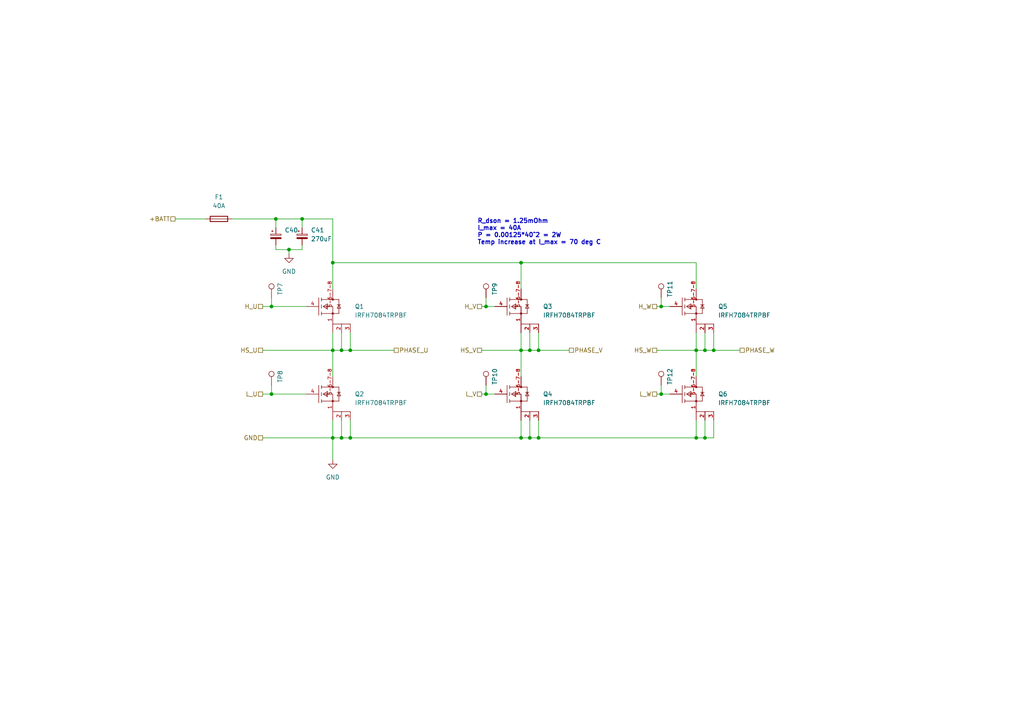
<source format=kicad_sch>
(kicad_sch (version 20211123) (generator eeschema)
  (paper "A4")
  (title_block (date "2022-08-13") (rev "1"))
  (lib_symbols
    (symbol "Connector:TestPoint" (pin_numbers hide) (pin_names (offset 0.762) hide)
      (property "Reference" "TP" (at 0 6.858 0))
      (property "Value" "TestPoint" (at 0 5.08 0))
      (symbol "TestPoint_0_1"
        (circle (center 0 3.302) (radius 0.762))
      )
      (symbol "TestPoint_1_1"
        (pin passive line (at 0 0 90) (length 2.54) (name "1") (number "1"))
      )
    )
    (symbol "Device:C_Polarized_Small" (pin_numbers hide) (pin_names (offset 0.254) hide)
      (property "Reference" "C" (at 0.254 1.778 0))
      (property "Value" "C_Polarized_Small" (at 0.254 -2.032 0))
      (symbol "C_Polarized_Small_0_1"
        (rectangle (start -1.524 -0.3048) (end 1.524 -0.6858) (fill (type outline)))
        (rectangle (start -1.524 0.6858) (end 1.524 0.3048))
        (polyline (pts (xy -1.27 1.524) (xy -0.762 1.524)))
        (polyline (pts (xy -1.016 1.27) (xy -1.016 1.778)))
      )
      (symbol "C_Polarized_Small_1_1"
        (pin passive line (at 0 2.54 270) (length 1.8542) (name "~") (number "1"))
        (pin passive line (at 0 -2.54 90) (length 1.8542) (name "~") (number "2"))
      )
    )
    (symbol "Device:Fuse" (pin_numbers hide) (pin_names (offset 0))
      (property "Reference" "F" (at 2.032 0 90))
      (property "Value" "Fuse" (at -1.905 0 90))
      (symbol "Fuse_0_1"
        (rectangle (start -0.762 -2.54) (end 0.762 2.54) (stroke (width 0.254)))
        (polyline (pts (xy 0 2.54) (xy 0 -2.54)))
      )
      (symbol "Fuse_1_1"
        (pin passive line (at 0 3.81 270) (length 1.27) (name "~") (number "1"))
        (pin passive line (at 0 -3.81 90) (length 1.27) (name "~") (number "2"))
      )
    )
    (symbol "IRFH7084TRPBF:IRFH7084TRPBF" (pin_names (offset 1.016))
      (property "Reference" "Q" (at 0 7.62 0))
      (property "Value" "IRFH7084TRPBF" (at 0 10.16 0))
      (symbol "IRFH7084TRPBF_1_1"
        (polyline (pts (xy 6.096 -2.54) (xy 6.096 2.54)))
        (polyline (pts (xy 6.858 -2.032) (xy 10.16 -2.032)))
        (polyline (pts (xy 6.858 -1.524) (xy 6.858 -2.54)))
        (polyline (pts (xy 6.858 0.508) (xy 6.858 -0.508)))
        (polyline (pts (xy 6.858 1.524) (xy 6.858 2.54)))
        (polyline (pts (xy 6.858 2.032) (xy 10.16 2.032)))
        (polyline (pts (xy 7.366 0) (xy 8.636 -0.762)))
        (polyline (pts (xy 7.366 0) (xy 8.636 0.762)))
        (polyline (pts (xy 7.62 0) (xy 10.16 0)))
        (polyline (pts (xy 8.382 0.254) (xy 8.382 -0.508)))
        (polyline (pts (xy 8.636 0.762) (xy 8.636 -0.762)))
        (polyline (pts (xy 10.16 -5.08) (xy 15.24 -5.08)))
        (polyline (pts (xy 10.16 -2.032) (xy 11.938 -2.032)))
        (polyline (pts (xy 11.43 -0.508) (xy 12.446 -0.508)))
        (polyline (pts (xy 11.938 -2.032) (xy 11.938 2.032)))
        (polyline (pts (xy 11.938 0.508) (xy 11.43 -0.508)))
        (polyline (pts (xy 11.938 0.508) (xy 11.43 0.508)))
        (polyline (pts (xy 11.938 0.508) (xy 12.446 0.508)))
        (polyline (pts (xy 11.938 2.032) (xy 10.16 2.032)))
        (polyline (pts (xy 12.446 -0.508) (xy 11.938 0.508)))
        (circle (center 10.16 -2.032) (radius 0.254))
        (circle (center 10.16 2.032) (radius 0.254))
        (pin passive line (at 10.16 -7.62 90) (length 7.62) (name "S") (number "1"))
        (pin passive line (at 12.7 -7.62 90) (length 2.54) (name "S") (number "2"))
        (pin passive line (at 15.24 -7.62 90) (length 2.54) (name "S") (number "3"))
        (pin passive line (at 2.54 0 0) (length 3.556) (name "G") (number "4"))
        (pin passive line (at 10.16 5.08 270) (length 3.048) (name "D") (number "5-6-7-8"))
      )
    )
    (symbol "power:GND" (power) (pin_names (offset 0))
      (property "Value" "GND" (at 0 -3.81 0))
      (symbol "GND_0_1"
        (polyline (pts (xy 0 0) (xy 0 -1.27) (xy 1.27 -1.27) (xy 0 -2.54) (xy -1.27 -1.27) (xy 0 -1.27)))
      )
      (symbol "GND_1_1"
        (pin power_in line (at 0 0 270) (length 0) hide (name "GND") (number "1"))
      )
    )
  )
  (junction (at 191.77 88.9))
  (junction (at 151.13 127))
  (junction (at 101.6 101.6))
  (junction (at 87.63 63.5))
  (junction (at 83.82 72.39))
  (junction (at 96.52 127))
  (junction (at 153.67 127))
  (junction (at 153.67 101.6))
  (junction (at 99.06 101.6))
  (junction (at 151.13 101.6))
  (junction (at 201.93 127))
  (junction (at 201.93 101.6))
  (junction (at 156.21 101.6))
  (junction (at 99.06 127))
  (junction (at 101.6 127))
  (junction (at 78.74 114.3))
  (junction (at 96.52 101.6))
  (junction (at 191.77 114.3))
  (junction (at 80.01 63.5))
  (junction (at 140.97 114.3))
  (junction (at 207.01 101.6))
  (junction (at 96.52 76.2))
  (junction (at 204.47 101.6))
  (junction (at 151.13 76.2))
  (junction (at 140.97 88.9))
  (junction (at 78.74 88.9))
  (junction (at 156.21 127))
  (junction (at 204.47 127))
  (wire (pts (xy 101.6 96.52) (xy 101.6 101.6)))
  (wire (pts (xy 101.6 121.92) (xy 101.6 127)))
  (wire (pts (xy 140.97 88.9) (xy 143.51 88.9)))
  (wire (pts (xy 191.77 114.3) (xy 194.31 114.3)))
  (wire (pts (xy 139.7 114.3) (xy 140.97 114.3)))
  (wire (pts (xy 204.47 96.52) (xy 204.47 101.6)))
  (wire (pts (xy 96.52 76.2) (xy 151.13 76.2)))
  (wire (pts (xy 87.63 72.39) (xy 83.82 72.39)))
  (wire (pts (xy 96.52 63.5) (xy 87.63 63.5)))
  (wire (pts (xy 204.47 121.92) (xy 204.47 127)))
  (wire (pts (xy 96.52 121.92) (xy 96.52 127)))
  (wire (pts (xy 96.52 127) (xy 96.52 133.35)))
  (wire (pts (xy 151.13 121.92) (xy 151.13 127)))
  (wire (pts (xy 87.63 71.12) (xy 87.63 72.39)))
  (wire (pts (xy 140.97 86.36) (xy 140.97 88.9)))
  (wire (pts (xy 96.52 101.6) (xy 99.06 101.6)))
  (wire (pts (xy 191.77 86.36) (xy 191.77 88.9)))
  (wire (pts (xy 99.06 101.6) (xy 101.6 101.6)))
  (wire (pts (xy 80.01 72.39) (xy 80.01 71.12)))
  (wire (pts (xy 153.67 127) (xy 156.21 127)))
  (wire (pts (xy 87.63 63.5) (xy 87.63 66.04)))
  (wire (pts (xy 78.74 111.76) (xy 78.74 114.3)))
  (wire (pts (xy 201.93 101.6) (xy 201.93 109.22)))
  (wire (pts (xy 151.13 76.2) (xy 151.13 83.82)))
  (wire (pts (xy 78.74 86.36) (xy 78.74 88.9)))
  (wire (pts (xy 151.13 101.6) (xy 151.13 109.22)))
  (wire (pts (xy 153.67 96.52) (xy 153.67 101.6)))
  (wire (pts (xy 190.5 114.3) (xy 191.77 114.3)))
  (wire (pts (xy 191.77 111.76) (xy 191.77 114.3)))
  (wire (pts (xy 101.6 127) (xy 151.13 127)))
  (wire (pts (xy 99.06 96.52) (xy 99.06 101.6)))
  (wire (pts (xy 156.21 121.92) (xy 156.21 127)))
  (wire (pts (xy 87.63 63.5) (xy 80.01 63.5)))
  (wire (pts (xy 80.01 63.5) (xy 80.01 66.04)))
  (wire (pts (xy 151.13 127) (xy 153.67 127)))
  (wire (pts (xy 201.93 76.2) (xy 201.93 83.82)))
  (wire (pts (xy 201.93 96.52) (xy 201.93 101.6)))
  (wire (pts (xy 96.52 96.52) (xy 96.52 101.6)))
  (wire (pts (xy 190.5 88.9) (xy 191.77 88.9)))
  (wire (pts (xy 99.06 127) (xy 101.6 127)))
  (wire (pts (xy 156.21 101.6) (xy 165.1 101.6)))
  (wire (pts (xy 76.2 88.9) (xy 78.74 88.9)))
  (wire (pts (xy 201.93 127) (xy 204.47 127)))
  (wire (pts (xy 96.52 76.2) (xy 96.52 63.5)))
  (wire (pts (xy 204.47 101.6) (xy 207.01 101.6)))
  (wire (pts (xy 78.74 88.9) (xy 88.9 88.9)))
  (wire (pts (xy 207.01 127) (xy 204.47 127)))
  (wire (pts (xy 151.13 76.2) (xy 201.93 76.2)))
  (wire (pts (xy 207.01 121.92) (xy 207.01 127)))
  (wire (pts (xy 99.06 121.92) (xy 99.06 127)))
  (wire (pts (xy 201.93 101.6) (xy 204.47 101.6)))
  (wire (pts (xy 78.74 114.3) (xy 88.9 114.3)))
  (wire (pts (xy 50.8 63.5) (xy 59.69 63.5)))
  (wire (pts (xy 139.7 101.6) (xy 151.13 101.6)))
  (wire (pts (xy 191.77 88.9) (xy 194.31 88.9)))
  (wire (pts (xy 190.5 101.6) (xy 201.93 101.6)))
  (wire (pts (xy 207.01 96.52) (xy 207.01 101.6)))
  (wire (pts (xy 201.93 121.92) (xy 201.93 127)))
  (wire (pts (xy 151.13 96.52) (xy 151.13 101.6)))
  (wire (pts (xy 83.82 72.39) (xy 83.82 73.66)))
  (wire (pts (xy 76.2 127) (xy 96.52 127)))
  (wire (pts (xy 83.82 72.39) (xy 80.01 72.39)))
  (wire (pts (xy 153.67 121.92) (xy 153.67 127)))
  (wire (pts (xy 96.52 101.6) (xy 96.52 109.22)))
  (wire (pts (xy 67.31 63.5) (xy 80.01 63.5)))
  (wire (pts (xy 153.67 101.6) (xy 156.21 101.6)))
  (wire (pts (xy 140.97 114.3) (xy 143.51 114.3)))
  (wire (pts (xy 139.7 88.9) (xy 140.97 88.9)))
  (wire (pts (xy 207.01 101.6) (xy 214.63 101.6)))
  (wire (pts (xy 101.6 101.6) (xy 114.3 101.6)))
  (wire (pts (xy 156.21 127) (xy 201.93 127)))
  (wire (pts (xy 76.2 101.6) (xy 96.52 101.6)))
  (wire (pts (xy 96.52 127) (xy 99.06 127)))
  (wire (pts (xy 151.13 101.6) (xy 153.67 101.6)))
  (wire (pts (xy 156.21 96.52) (xy 156.21 101.6)))
  (wire (pts (xy 140.97 111.76) (xy 140.97 114.3)))
  (wire (pts (xy 96.52 76.2) (xy 96.52 83.82)))
  (wire (pts (xy 76.2 114.3) (xy 78.74 114.3)))
  (text "R_dson = 1.25mOhm\nI_max = 40A\nP = 0.00125*40^2 = 2W\nTemp increase at I_max = 70 deg C" (at 138.43 71.12 0) (effects (font (size 1.27 1.27) bold) (justify left bottom)))
  (hierarchical_label "HS_U" (shape passive) (at 76.2 101.6 180))
  (hierarchical_label "PHASE_W" (shape passive) (at 214.63 101.6 0))
  (hierarchical_label "HS_W" (shape passive) (at 190.5 101.6 180))
  (hierarchical_label "+BATT" (shape passive) (at 50.8 63.5 180))
  (hierarchical_label "H_U" (shape passive) (at 76.2 88.9 180))
  (hierarchical_label "H_W" (shape passive) (at 190.5 88.9 180))
  (hierarchical_label "L_U" (shape passive) (at 76.2 114.3 180))
  (hierarchical_label "H_V" (shape passive) (at 139.7 88.9 180))
  (hierarchical_label "HS_V" (shape passive) (at 139.7 101.6 180))
  (hierarchical_label "L_V" (shape passive) (at 139.7 114.3 180))
  (hierarchical_label "L_W" (shape passive) (at 190.5 114.3 180))
  (hierarchical_label "PHASE_V" (shape passive) (at 165.1 101.6 0))
  (hierarchical_label "GND" (shape passive) (at 76.2 127 180))
  (hierarchical_label "PHASE_U" (shape passive) (at 114.3 101.6 0))
  (symbol (lib_id "IRFH7084TRPBF:IRFH7084TRPBF") (at 191.77 114.3 0) (unit 1)
    (property "Reference" "Q6" (at 208.28 114.2999 0) (effects (justify left)))
    (property "Value" "IRFH7084TRPBF" (at 208.28 116.8399 0) (effects (justify left)))
    (property "Footprint" "IRFH7084PbF:Infineon-PQFN5x6-G-02_2017-22-MFG" (effects hide))
    (property "Datasheet" "https://www.infineon.com/dgdl/Infineon-IRFH7084-DataSheet-v02_01-EN.pdf?fileId=5546d462533600a40153561eac461ed4" (effects hide))
    (property "automotive" "No" (effects hide))
    (property "category" "Trans" (effects hide))
    (property "continuous drain current" "40A" (effects hide))
    (property "depletion mode" "False" (effects hide))
    (property "device class L1" "Discrete Semiconductors" (effects hide))
    (property "device class L2" "Transistors" (effects hide))
    (property "device class L3" "MOSFETs" (effects hide))
    (property "digikey description" "MOSFET N-CH 40V 100A 8QFN" (effects hide))
    (property "digikey part number" "IRFH7084TRPBFCT-ND" (effects hide))
    (property "drain to source breakdown voltage" "40V" (effects hide))
    (property "drain to source resistance" "0.95mΩ" (effects hide))
    (property "footprint url" "https://www.infineon.com/dgdl/an-1136.pdf?fileId=5546d462533600a401535599f0ef10c7" (effects hide))
    (property "gate charge at vgs" "127nC @ 10V" (effects hide))
    (property "gate to source voltage" "20V" (effects hide))
    (property "height" "1.1mm" (effects hide))
    (property "input capacitace at vds" "6560pF @ 25V" (effects hide))
    (property "lead free" "Yes" (effects hide))
    (property "library id" "8f1d5186d1ffa25a" (effects hide))
    (property "manufacturer" "Infineon" (effects hide))
    (property "max forward diode voltage" "1.3V" (effects hide))
    (property "max junction temp" "+150°C" (effects hide))
    (property "mouser part number" "942-IRFH7084TRPBF" (effects hide))
    (property "number of N channels" "1" (effects hide))
    (property "number of channels" "1" (effects hide))
    (property "package" "PQFN8" (effects hide))
    (property "pulse drain current" "1060A" (effects hide))
    (property "reverse recovery charge" "38nC" (effects hide))
    (property "reverse recovery time" "36ns" (effects hide))
    (property "rohs" "Yes" (effects hide))
    (property "rthja max" "35°C/W" (effects hide))
    (property "standoff height" "0mm" (effects hide))
    (property "temperature range high" "+150°C" (effects hide))
    (property "temperature range low" "-55°C" (effects hide))
    (property "threshold vgs max" "3.9V" (effects hide))
    (property "threshold vgs min" "2.2V" (effects hide))
    (property "turn off delay time" "64ns" (effects hide))
    (property "turn on delay time" "16ns" (effects hide))
  )
  (symbol (lib_id "IRFH7084TRPBF:IRFH7084TRPBF") (at 86.36 88.9 0) (unit 1)
    (property "Reference" "Q1" (at 102.87 88.8999 0) (effects (justify left)))
    (property "Value" "IRFH7084TRPBF" (at 102.87 91.4399 0) (effects (justify left)))
    (property "Footprint" "IRFH7084PbF:Infineon-PQFN5x6-G-02_2017-22-MFG" (effects hide))
    (property "Datasheet" "https://www.infineon.com/dgdl/Infineon-IRFH7084-DataSheet-v02_01-EN.pdf?fileId=5546d462533600a40153561eac461ed4" (effects hide))
    (property "automotive" "No" (effects hide))
    (property "category" "Trans" (effects hide))
    (property "continuous drain current" "40A" (effects hide))
    (property "depletion mode" "False" (effects hide))
    (property "device class L1" "Discrete Semiconductors" (effects hide))
    (property "device class L2" "Transistors" (effects hide))
    (property "device class L3" "MOSFETs" (effects hide))
    (property "digikey description" "MOSFET N-CH 40V 100A 8QFN" (effects hide))
    (property "digikey part number" "IRFH7084TRPBFCT-ND" (effects hide))
    (property "drain to source breakdown voltage" "40V" (effects hide))
    (property "drain to source resistance" "0.95mΩ" (effects hide))
    (property "footprint url" "https://www.infineon.com/dgdl/an-1136.pdf?fileId=5546d462533600a401535599f0ef10c7" (effects hide))
    (property "gate charge at vgs" "127nC @ 10V" (effects hide))
    (property "gate to source voltage" "20V" (effects hide))
    (property "height" "1.1mm" (effects hide))
    (property "input capacitace at vds" "6560pF @ 25V" (effects hide))
    (property "lead free" "Yes" (effects hide))
    (property "library id" "8f1d5186d1ffa25a" (effects hide))
    (property "manufacturer" "Infineon" (effects hide))
    (property "max forward diode voltage" "1.3V" (effects hide))
    (property "max junction temp" "+150°C" (effects hide))
    (property "mouser part number" "942-IRFH7084TRPBF" (effects hide))
    (property "number of N channels" "1" (effects hide))
    (property "number of channels" "1" (effects hide))
    (property "package" "PQFN8" (effects hide))
    (property "pulse drain current" "1060A" (effects hide))
    (property "reverse recovery charge" "38nC" (effects hide))
    (property "reverse recovery time" "36ns" (effects hide))
    (property "rohs" "Yes" (effects hide))
    (property "rthja max" "35°C/W" (effects hide))
    (property "standoff height" "0mm" (effects hide))
    (property "temperature range high" "+150°C" (effects hide))
    (property "temperature range low" "-55°C" (effects hide))
    (property "threshold vgs max" "3.9V" (effects hide))
    (property "threshold vgs min" "2.2V" (effects hide))
    (property "turn off delay time" "64ns" (effects hide))
    (property "turn on delay time" "16ns" (effects hide))
  )
  (symbol (lib_id "Connector:TestPoint") (at 191.77 111.76 0) (unit 1)
    (property "Reference" "TP12" (at 194.31 109.22 90))
    (property "Value" "TestPoint" (effects hide))
    (property "Footprint" "TestPoint:TestPoint_Pad_D2.0mm" (effects hide))
  )
  (symbol (lib_id "IRFH7084TRPBF:IRFH7084TRPBF") (at 140.97 88.9 0) (unit 1)
    (property "Reference" "Q3" (at 157.48 88.8999 0) (effects (justify left)))
    (property "Value" "IRFH7084TRPBF" (at 157.48 91.4399 0) (effects (justify left)))
    (property "Footprint" "IRFH7084PbF:Infineon-PQFN5x6-G-02_2017-22-MFG" (effects hide))
    (property "Datasheet" "https://www.infineon.com/dgdl/Infineon-IRFH7084-DataSheet-v02_01-EN.pdf?fileId=5546d462533600a40153561eac461ed4" (effects hide))
    (property "automotive" "No" (effects hide))
    (property "category" "Trans" (effects hide))
    (property "continuous drain current" "40A" (effects hide))
    (property "depletion mode" "False" (effects hide))
    (property "device class L1" "Discrete Semiconductors" (effects hide))
    (property "device class L2" "Transistors" (effects hide))
    (property "device class L3" "MOSFETs" (effects hide))
    (property "digikey description" "MOSFET N-CH 40V 100A 8QFN" (effects hide))
    (property "digikey part number" "IRFH7084TRPBFCT-ND" (effects hide))
    (property "drain to source breakdown voltage" "40V" (effects hide))
    (property "drain to source resistance" "0.95mΩ" (effects hide))
    (property "footprint url" "https://www.infineon.com/dgdl/an-1136.pdf?fileId=5546d462533600a401535599f0ef10c7" (effects hide))
    (property "gate charge at vgs" "127nC @ 10V" (effects hide))
    (property "gate to source voltage" "20V" (effects hide))
    (property "height" "1.1mm" (effects hide))
    (property "input capacitace at vds" "6560pF @ 25V" (effects hide))
    (property "lead free" "Yes" (effects hide))
    (property "library id" "8f1d5186d1ffa25a" (effects hide))
    (property "manufacturer" "Infineon" (effects hide))
    (property "max forward diode voltage" "1.3V" (effects hide))
    (property "max junction temp" "+150°C" (effects hide))
    (property "mouser part number" "942-IRFH7084TRPBF" (effects hide))
    (property "number of N channels" "1" (effects hide))
    (property "number of channels" "1" (effects hide))
    (property "package" "PQFN8" (effects hide))
    (property "pulse drain current" "1060A" (effects hide))
    (property "reverse recovery charge" "38nC" (effects hide))
    (property "reverse recovery time" "36ns" (effects hide))
    (property "rohs" "Yes" (effects hide))
    (property "rthja max" "35°C/W" (effects hide))
    (property "standoff height" "0mm" (effects hide))
    (property "temperature range high" "+150°C" (effects hide))
    (property "temperature range low" "-55°C" (effects hide))
    (property "threshold vgs max" "3.9V" (effects hide))
    (property "threshold vgs min" "2.2V" (effects hide))
    (property "turn off delay time" "64ns" (effects hide))
    (property "turn on delay time" "16ns" (effects hide))
  )
  (symbol (lib_id "IRFH7084TRPBF:IRFH7084TRPBF") (at 86.36 114.3 0) (unit 1)
    (property "Reference" "Q2" (at 102.87 114.2999 0) (effects (justify left)))
    (property "Value" "IRFH7084TRPBF" (at 102.87 116.8399 0) (effects (justify left)))
    (property "Footprint" "IRFH7084PbF:Infineon-PQFN5x6-G-02_2017-22-MFG" (effects hide))
    (property "Datasheet" "https://www.infineon.com/dgdl/Infineon-IRFH7084-DataSheet-v02_01-EN.pdf?fileId=5546d462533600a40153561eac461ed4" (effects hide))
    (property "automotive" "No" (effects hide))
    (property "category" "Trans" (effects hide))
    (property "continuous drain current" "40A" (effects hide))
    (property "depletion mode" "False" (effects hide))
    (property "device class L1" "Discrete Semiconductors" (effects hide))
    (property "device class L2" "Transistors" (effects hide))
    (property "device class L3" "MOSFETs" (effects hide))
    (property "digikey description" "MOSFET N-CH 40V 100A 8QFN" (effects hide))
    (property "digikey part number" "IRFH7084TRPBFCT-ND" (effects hide))
    (property "drain to source breakdown voltage" "40V" (effects hide))
    (property "drain to source resistance" "0.95mΩ" (effects hide))
    (property "footprint url" "https://www.infineon.com/dgdl/an-1136.pdf?fileId=5546d462533600a401535599f0ef10c7" (effects hide))
    (property "gate charge at vgs" "127nC @ 10V" (effects hide))
    (property "gate to source voltage" "20V" (effects hide))
    (property "height" "1.1mm" (effects hide))
    (property "input capacitace at vds" "6560pF @ 25V" (effects hide))
    (property "lead free" "Yes" (effects hide))
    (property "library id" "8f1d5186d1ffa25a" (effects hide))
    (property "manufacturer" "Infineon" (effects hide))
    (property "max forward diode voltage" "1.3V" (effects hide))
    (property "max junction temp" "+150°C" (effects hide))
    (property "mouser part number" "942-IRFH7084TRPBF" (effects hide))
    (property "number of N channels" "1" (effects hide))
    (property "number of channels" "1" (effects hide))
    (property "package" "PQFN8" (effects hide))
    (property "pulse drain current" "1060A" (effects hide))
    (property "reverse recovery charge" "38nC" (effects hide))
    (property "reverse recovery time" "36ns" (effects hide))
    (property "rohs" "Yes" (effects hide))
    (property "rthja max" "35°C/W" (effects hide))
    (property "standoff height" "0mm" (effects hide))
    (property "temperature range high" "+150°C" (effects hide))
    (property "temperature range low" "-55°C" (effects hide))
    (property "threshold vgs max" "3.9V" (effects hide))
    (property "threshold vgs min" "2.2V" (effects hide))
    (property "turn off delay time" "64ns" (effects hide))
    (property "turn on delay time" "16ns" (effects hide))
  )
  (symbol (lib_id "Device:C_Polarized_Small") (at 87.63 68.58 0) (unit 1)
    (property "Reference" "C41" (at 90.17 66.7638 0) (effects (justify left)))
    (property "Value" "270uF" (at 90.17 69.3038 0) (effects (justify left)))
    (property "Footprint" "Capacitor_SMD:CP_Elec_10x10" (effects hide))
    (property "Datasheet" "https://industrial.panasonic.com/cdbs/www-data/pdf/RDD0000/ABA0000C1221.pdf" (effects hide))
    (property "Part no" "EEH-ZA1V271V" (effects hide))
    (property "Producer" "Panasonic Electronic Components" (effects hide))
  )
  (symbol (lib_id "Connector:TestPoint") (at 78.74 111.76 0) (unit 1)
    (property "Reference" "TP8" (at 81.28 109.22 90))
    (property "Value" "TestPoint" (effects hide))
    (property "Footprint" "TestPoint:TestPoint_Pad_D2.0mm" (effects hide))
  )
  (symbol (lib_id "Device:Fuse") (at 63.5 63.5 90) (unit 1)
    (property "Reference" "F1" (at 63.5 57.15 90))
    (property "Value" "40A" (at 63.5 59.69 90))
    (property "Footprint" "Fuse:Fuse_1206_3216Metric" (effects hide))
    (property "Datasheet" "https://belfuse.com/resources/datasheets/circuitprotection/ds-CP-0685P-series.pdf" (effects hide))
    (property "Part no " "0685P9400-01" (effects hide))
  )
  (symbol (lib_id "power:GND") (at 96.52 133.35 0) (unit 1)
    (property "Reference" "#PWR088" (effects hide))
    (property "Value" "GND" (at 96.52 138.43 0))
  )
  (symbol (lib_id "IRFH7084TRPBF:IRFH7084TRPBF") (at 191.77 88.9 0) (unit 1)
    (property "Reference" "Q5" (at 208.28 88.8999 0) (effects (justify left)))
    (property "Value" "IRFH7084TRPBF" (at 208.28 91.4399 0) (effects (justify left)))
    (property "Footprint" "IRFH7084PbF:Infineon-PQFN5x6-G-02_2017-22-MFG" (effects hide))
    (property "Datasheet" "https://www.infineon.com/dgdl/Infineon-IRFH7084-DataSheet-v02_01-EN.pdf?fileId=5546d462533600a40153561eac461ed4" (effects hide))
    (property "automotive" "No" (effects hide))
    (property "category" "Trans" (effects hide))
    (property "continuous drain current" "40A" (effects hide))
    (property "depletion mode" "False" (effects hide))
    (property "device class L1" "Discrete Semiconductors" (effects hide))
    (property "device class L2" "Transistors" (effects hide))
    (property "device class L3" "MOSFETs" (effects hide))
    (property "digikey description" "MOSFET N-CH 40V 100A 8QFN" (effects hide))
    (property "digikey part number" "IRFH7084TRPBFCT-ND" (effects hide))
    (property "drain to source breakdown voltage" "40V" (effects hide))
    (property "drain to source resistance" "0.95mΩ" (effects hide))
    (property "footprint url" "https://www.infineon.com/dgdl/an-1136.pdf?fileId=5546d462533600a401535599f0ef10c7" (effects hide))
    (property "gate charge at vgs" "127nC @ 10V" (effects hide))
    (property "gate to source voltage" "20V" (effects hide))
    (property "height" "1.1mm" (effects hide))
    (property "input capacitace at vds" "6560pF @ 25V" (effects hide))
    (property "lead free" "Yes" (effects hide))
    (property "library id" "8f1d5186d1ffa25a" (effects hide))
    (property "manufacturer" "Infineon" (effects hide))
    (property "max forward diode voltage" "1.3V" (effects hide))
    (property "max junction temp" "+150°C" (effects hide))
    (property "mouser part number" "942-IRFH7084TRPBF" (effects hide))
    (property "number of N channels" "1" (effects hide))
    (property "number of channels" "1" (effects hide))
    (property "package" "PQFN8" (effects hide))
    (property "pulse drain current" "1060A" (effects hide))
    (property "reverse recovery charge" "38nC" (effects hide))
    (property "reverse recovery time" "36ns" (effects hide))
    (property "rohs" "Yes" (effects hide))
    (property "rthja max" "35°C/W" (effects hide))
    (property "standoff height" "0mm" (effects hide))
    (property "temperature range high" "+150°C" (effects hide))
    (property "temperature range low" "-55°C" (effects hide))
    (property "threshold vgs max" "3.9V" (effects hide))
    (property "threshold vgs min" "2.2V" (effects hide))
    (property "turn off delay time" "64ns" (effects hide))
    (property "turn on delay time" "16ns" (effects hide))
  )
  (symbol (lib_id "Connector:TestPoint") (at 191.77 86.36 0) (unit 1)
    (property "Reference" "TP11" (at 194.31 83.82 90))
    (property "Value" "TestPoint" (effects hide))
    (property "Footprint" "TestPoint:TestPoint_Pad_D2.0mm" (effects hide))
  )
  (symbol (lib_id "Device:C_Polarized_Small") (at 80.01 68.58 0) (unit 1)
    (property "Reference" "C40" (at 82.55 66.7638 0) (effects (justify left)))
    (property "Value" "270uF" (effects hide))
    (property "Footprint" "Capacitor_SMD:CP_Elec_10x10" (effects hide))
    (property "Datasheet" "https://industrial.panasonic.com/cdbs/www-data/pdf/RDD0000/ABA0000C1221.pdf" (effects hide))
    (property "Part no" "EEH-ZA1V271V" (effects hide))
    (property "Producer" "Panasonic Electronic Components" (effects hide))
  )
  (symbol (lib_id "Connector:TestPoint") (at 140.97 111.76 0) (unit 1)
    (property "Reference" "TP10" (at 143.51 109.22 90))
    (property "Value" "TestPoint" (effects hide))
    (property "Footprint" "TestPoint:TestPoint_Pad_D2.0mm" (effects hide))
  )
  (symbol (lib_id "Connector:TestPoint") (at 140.97 86.36 0) (unit 1)
    (property "Reference" "TP9" (at 143.51 83.82 90))
    (property "Value" "TestPoint" (effects hide))
    (property "Footprint" "TestPoint:TestPoint_Pad_D2.0mm" (effects hide))
  )
  (symbol (lib_id "Connector:TestPoint") (at 78.74 86.36 0) (unit 1)
    (property "Reference" "TP7" (at 81.28 83.82 90))
    (property "Value" "TestPoint" (effects hide))
    (property "Footprint" "TestPoint:TestPoint_Pad_D2.0mm" (effects hide))
  )
  (symbol (lib_id "IRFH7084TRPBF:IRFH7084TRPBF") (at 140.97 114.3 0) (unit 1)
    (property "Reference" "Q4" (at 157.48 114.2999 0) (effects (justify left)))
    (property "Value" "IRFH7084TRPBF" (at 157.48 116.8399 0) (effects (justify left)))
    (property "Footprint" "IRFH7084PbF:Infineon-PQFN5x6-G-02_2017-22-MFG" (effects hide))
    (property "Datasheet" "https://www.infineon.com/dgdl/Infineon-IRFH7084-DataSheet-v02_01-EN.pdf?fileId=5546d462533600a40153561eac461ed4" (effects hide))
    (property "automotive" "No" (effects hide))
    (property "category" "Trans" (effects hide))
    (property "continuous drain current" "40A" (effects hide))
    (property "depletion mode" "False" (effects hide))
    (property "device class L1" "Discrete Semiconductors" (effects hide))
    (property "device class L2" "Transistors" (effects hide))
    (property "device class L3" "MOSFETs" (effects hide))
    (property "digikey description" "MOSFET N-CH 40V 100A 8QFN" (effects hide))
    (property "digikey part number" "IRFH7084TRPBFCT-ND" (effects hide))
    (property "drain to source breakdown voltage" "40V" (effects hide))
    (property "drain to source resistance" "0.95mΩ" (effects hide))
    (property "footprint url" "https://www.infineon.com/dgdl/an-1136.pdf?fileId=5546d462533600a401535599f0ef10c7" (effects hide))
    (property "gate charge at vgs" "127nC @ 10V" (effects hide))
    (property "gate to source voltage" "20V" (effects hide))
    (property "height" "1.1mm" (effects hide))
    (property "input capacitace at vds" "6560pF @ 25V" (effects hide))
    (property "lead free" "Yes" (effects hide))
    (property "library id" "8f1d5186d1ffa25a" (effects hide))
    (property "manufacturer" "Infineon" (effects hide))
    (property "max forward diode voltage" "1.3V" (effects hide))
    (property "max junction temp" "+150°C" (effects hide))
    (property "mouser part number" "942-IRFH7084TRPBF" (effects hide))
    (property "number of N channels" "1" (effects hide))
    (property "number of channels" "1" (effects hide))
    (property "package" "PQFN8" (effects hide))
    (property "pulse drain current" "1060A" (effects hide))
    (property "reverse recovery charge" "38nC" (effects hide))
    (property "reverse recovery time" "36ns" (effects hide))
    (property "rohs" "Yes" (effects hide))
    (property "rthja max" "35°C/W" (effects hide))
    (property "standoff height" "0mm" (effects hide))
    (property "temperature range high" "+150°C" (effects hide))
    (property "temperature range low" "-55°C" (effects hide))
    (property "threshold vgs max" "3.9V" (effects hide))
    (property "threshold vgs min" "2.2V" (effects hide))
    (property "turn off delay time" "64ns" (effects hide))
    (property "turn on delay time" "16ns" (effects hide))
  )
  (symbol (lib_id "power:GND") (at 83.82 73.66 0) (unit 1)
    (property "Reference" "#PWR087" (effects hide))
    (property "Value" "GND" (at 83.82 78.74 0))
  )
)
</source>
